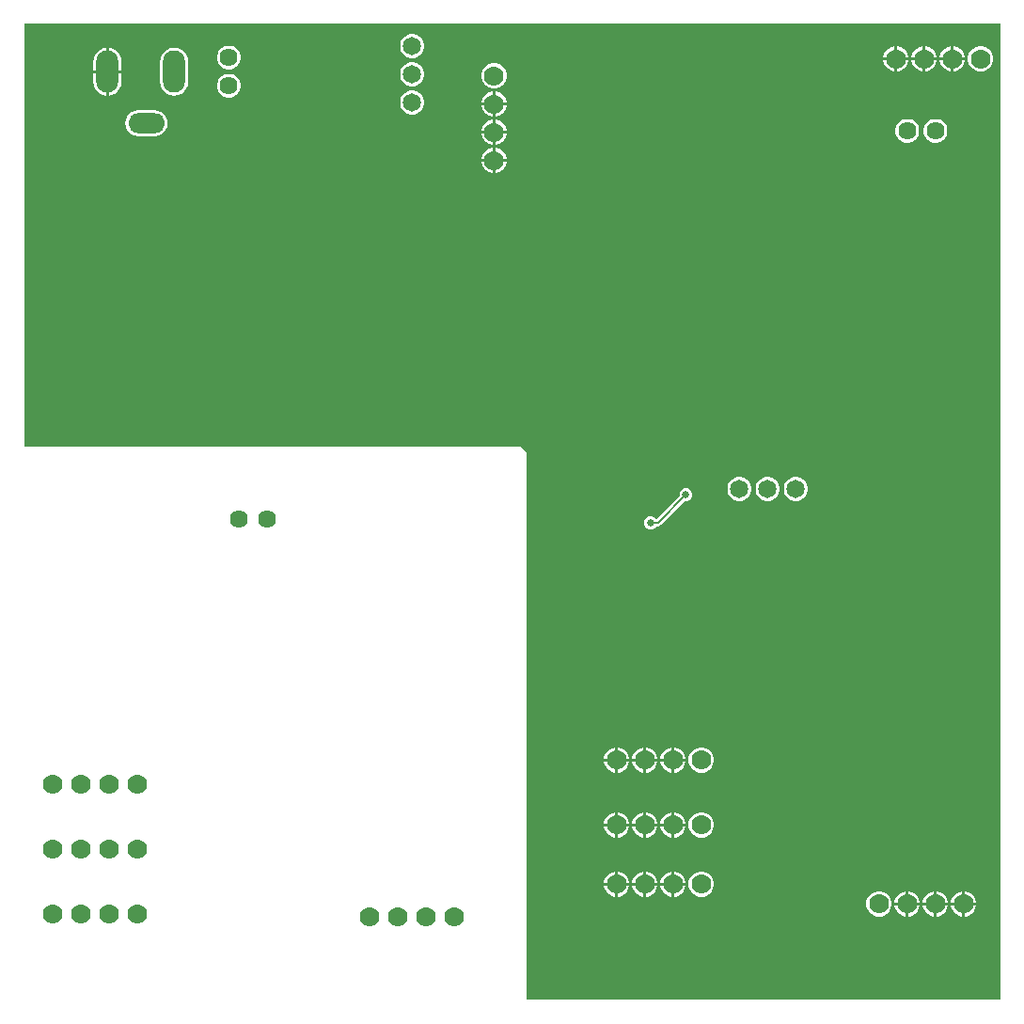
<source format=gbl>
G04*
G04 #@! TF.GenerationSoftware,Altium Limited,Altium Designer,24.1.2 (44)*
G04*
G04 Layer_Physical_Order=2*
G04 Layer_Color=16711680*
%FSLAX44Y44*%
%MOMM*%
G71*
G04*
G04 #@! TF.SameCoordinates,1CDE90F2-DCA2-4B6B-BF69-51DDCCDC9EC5*
G04*
G04*
G04 #@! TF.FilePolarity,Positive*
G04*
G01*
G75*
%ADD14C,0.1524*%
%ADD38C,1.7780*%
%ADD39C,1.6500*%
%ADD40C,1.6200*%
%ADD41O,2.0000X3.8000*%
%ADD42O,3.3000X1.8000*%
%ADD43C,0.6350*%
G36*
X883820Y5179D02*
X457200D01*
Y497840D01*
X452120Y502920D01*
X5179D01*
Y883820D01*
X883820D01*
X883820Y5179D01*
D02*
G37*
%LPC*%
G36*
X816845Y863600D02*
X816610D01*
Y853440D01*
X826770D01*
Y853675D01*
X825991Y856582D01*
X824486Y859188D01*
X822358Y861316D01*
X819752Y862821D01*
X816845Y863600D01*
D02*
G37*
G36*
X842245D02*
X842010D01*
Y853440D01*
X852170D01*
Y853675D01*
X851391Y856582D01*
X849886Y859188D01*
X847758Y861316D01*
X845152Y862821D01*
X842245Y863600D01*
D02*
G37*
G36*
X791445D02*
X791210D01*
Y853440D01*
X801370D01*
Y853675D01*
X800591Y856582D01*
X799086Y859188D01*
X796958Y861316D01*
X794352Y862821D01*
X791445Y863600D01*
D02*
G37*
G36*
X814070D02*
X813835D01*
X810928Y862821D01*
X808322Y861316D01*
X806194Y859188D01*
X804689Y856582D01*
X803910Y853675D01*
Y853440D01*
X814070D01*
Y863600D01*
D02*
G37*
G36*
X839470D02*
X839235D01*
X836328Y862821D01*
X833722Y861316D01*
X831594Y859188D01*
X830089Y856582D01*
X829310Y853675D01*
Y853440D01*
X839470D01*
Y863600D01*
D02*
G37*
G36*
X788670D02*
X788435D01*
X785528Y862821D01*
X782922Y861316D01*
X780794Y859188D01*
X779289Y856582D01*
X778510Y853675D01*
Y853440D01*
X788670D01*
Y863600D01*
D02*
G37*
G36*
X355751Y874390D02*
X352910D01*
X350165Y873655D01*
X347705Y872234D01*
X345696Y870225D01*
X344275Y867765D01*
X343540Y865021D01*
Y862179D01*
X344275Y859435D01*
X345696Y856975D01*
X347705Y854966D01*
X350165Y853545D01*
X352910Y852810D01*
X355751D01*
X358495Y853545D01*
X360955Y854966D01*
X362964Y856975D01*
X364385Y859435D01*
X365120Y862179D01*
Y865021D01*
X364385Y867765D01*
X362964Y870225D01*
X360955Y872234D01*
X358495Y873655D01*
X355751Y874390D01*
D02*
G37*
G36*
X190631Y864080D02*
X187829D01*
X185123Y863355D01*
X182697Y861954D01*
X180716Y859973D01*
X179315Y857547D01*
X178590Y854841D01*
Y852039D01*
X179315Y849333D01*
X180716Y846907D01*
X182697Y844926D01*
X185123Y843525D01*
X187829Y842800D01*
X190631D01*
X193337Y843525D01*
X195763Y844926D01*
X197744Y846907D01*
X199145Y849333D01*
X199870Y852039D01*
Y854841D01*
X199145Y857547D01*
X197744Y859973D01*
X195763Y861954D01*
X193337Y863355D01*
X190631Y864080D01*
D02*
G37*
G36*
X81280Y862221D02*
Y842010D01*
X92658D01*
Y849740D01*
X92227Y853014D01*
X90964Y856064D01*
X88954Y858684D01*
X86334Y860694D01*
X83284Y861957D01*
X81280Y862221D01*
D02*
G37*
G36*
X78740D02*
X76736Y861957D01*
X73686Y860694D01*
X71066Y858684D01*
X69056Y856064D01*
X67793Y853014D01*
X67362Y849740D01*
Y842010D01*
X78740D01*
Y862221D01*
D02*
G37*
G36*
X867645Y863600D02*
X864635D01*
X861728Y862821D01*
X859122Y861316D01*
X856994Y859188D01*
X855489Y856582D01*
X854710Y853675D01*
Y850665D01*
X855489Y847758D01*
X856994Y845152D01*
X859122Y843024D01*
X861728Y841519D01*
X864635Y840740D01*
X867645D01*
X870552Y841519D01*
X873158Y843024D01*
X875286Y845152D01*
X876791Y847758D01*
X877570Y850665D01*
Y853675D01*
X876791Y856582D01*
X875286Y859188D01*
X873158Y861316D01*
X870552Y862821D01*
X867645Y863600D01*
D02*
G37*
G36*
X852170Y850900D02*
X842010D01*
Y840740D01*
X842245D01*
X845152Y841519D01*
X847758Y843024D01*
X849886Y845152D01*
X851391Y847758D01*
X852170Y850665D01*
Y850900D01*
D02*
G37*
G36*
X839470D02*
X829310D01*
Y850665D01*
X830089Y847758D01*
X831594Y845152D01*
X833722Y843024D01*
X836328Y841519D01*
X839235Y840740D01*
X839470D01*
Y850900D01*
D02*
G37*
G36*
X826770D02*
X816610D01*
Y840740D01*
X816845D01*
X819752Y841519D01*
X822358Y843024D01*
X824486Y845152D01*
X825991Y847758D01*
X826770Y850665D01*
Y850900D01*
D02*
G37*
G36*
X814070D02*
X803910D01*
Y850665D01*
X804689Y847758D01*
X806194Y845152D01*
X808322Y843024D01*
X810928Y841519D01*
X813835Y840740D01*
X814070D01*
Y850900D01*
D02*
G37*
G36*
X801370D02*
X791210D01*
Y840740D01*
X791445D01*
X794352Y841519D01*
X796958Y843024D01*
X799086Y845152D01*
X800591Y847758D01*
X801370Y850665D01*
Y850900D01*
D02*
G37*
G36*
X788670D02*
X778510D01*
Y850665D01*
X779289Y847758D01*
X780794Y845152D01*
X782922Y843024D01*
X785528Y841519D01*
X788435Y840740D01*
X788670D01*
Y850900D01*
D02*
G37*
G36*
X355751Y848990D02*
X352910D01*
X350165Y848255D01*
X347705Y846834D01*
X345696Y844825D01*
X344275Y842365D01*
X343540Y839621D01*
Y836779D01*
X344275Y834035D01*
X345696Y831575D01*
X347705Y829566D01*
X350165Y828145D01*
X352910Y827410D01*
X355751D01*
X358495Y828145D01*
X360955Y829566D01*
X362964Y831575D01*
X364385Y834035D01*
X365120Y836779D01*
Y839621D01*
X364385Y842365D01*
X362964Y844825D01*
X360955Y846834D01*
X358495Y848255D01*
X355751Y848990D01*
D02*
G37*
G36*
X429495Y848360D02*
X426485D01*
X423578Y847581D01*
X420972Y846076D01*
X418844Y843948D01*
X417339Y841342D01*
X416560Y838435D01*
Y835425D01*
X417339Y832518D01*
X418844Y829912D01*
X420972Y827784D01*
X423578Y826279D01*
X426485Y825500D01*
X429495D01*
X432402Y826279D01*
X435008Y827784D01*
X437136Y829912D01*
X438641Y832518D01*
X439420Y835425D01*
Y838435D01*
X438641Y841342D01*
X437136Y843948D01*
X435008Y846076D01*
X432402Y847581D01*
X429495Y848360D01*
D02*
G37*
G36*
X92658Y839470D02*
X81280D01*
Y819259D01*
X83284Y819523D01*
X86334Y820786D01*
X88954Y822796D01*
X90964Y825416D01*
X92227Y828466D01*
X92658Y831740D01*
Y839470D01*
D02*
G37*
G36*
X78740D02*
X67362D01*
Y831740D01*
X67793Y828466D01*
X69056Y825416D01*
X71066Y822796D01*
X73686Y820786D01*
X76736Y819523D01*
X78740Y819259D01*
Y839470D01*
D02*
G37*
G36*
X140010Y862388D02*
X136736Y861957D01*
X133686Y860694D01*
X131066Y858684D01*
X129056Y856064D01*
X127793Y853014D01*
X127362Y849740D01*
Y831740D01*
X127793Y828466D01*
X129056Y825416D01*
X131066Y822796D01*
X133686Y820786D01*
X136736Y819523D01*
X140010Y819092D01*
X143284Y819523D01*
X146334Y820786D01*
X148954Y822796D01*
X150964Y825416D01*
X152227Y828466D01*
X152658Y831740D01*
Y849740D01*
X152227Y853014D01*
X150964Y856064D01*
X148954Y858684D01*
X146334Y860694D01*
X143284Y861957D01*
X140010Y862388D01*
D02*
G37*
G36*
X190631Y838680D02*
X187829D01*
X185123Y837955D01*
X182697Y836554D01*
X180716Y834573D01*
X179315Y832147D01*
X178590Y829441D01*
Y826639D01*
X179315Y823933D01*
X180716Y821507D01*
X182697Y819526D01*
X185123Y818125D01*
X187829Y817400D01*
X190631D01*
X193337Y818125D01*
X195763Y819526D01*
X197744Y821507D01*
X199145Y823933D01*
X199870Y826639D01*
Y829441D01*
X199145Y832147D01*
X197744Y834573D01*
X195763Y836554D01*
X193337Y837955D01*
X190631Y838680D01*
D02*
G37*
G36*
X429495Y822960D02*
X429260D01*
Y812800D01*
X439420D01*
Y813035D01*
X438641Y815942D01*
X437136Y818548D01*
X435008Y820676D01*
X432402Y822181D01*
X429495Y822960D01*
D02*
G37*
G36*
X426720D02*
X426485D01*
X423578Y822181D01*
X420972Y820676D01*
X418844Y818548D01*
X417339Y815942D01*
X416560Y813035D01*
Y812800D01*
X426720D01*
Y822960D01*
D02*
G37*
G36*
X355751Y823590D02*
X352910D01*
X350165Y822855D01*
X347705Y821434D01*
X345696Y819425D01*
X344275Y816965D01*
X343540Y814221D01*
Y811379D01*
X344275Y808635D01*
X345696Y806175D01*
X347705Y804166D01*
X350165Y802745D01*
X352910Y802010D01*
X355751D01*
X358495Y802745D01*
X360955Y804166D01*
X362964Y806175D01*
X364385Y808635D01*
X365120Y811379D01*
Y814221D01*
X364385Y816965D01*
X362964Y819425D01*
X360955Y821434D01*
X358495Y822855D01*
X355751Y823590D01*
D02*
G37*
G36*
X439420Y810260D02*
X429260D01*
Y800100D01*
X429495D01*
X432402Y800879D01*
X435008Y802384D01*
X437136Y804512D01*
X438641Y807118D01*
X439420Y810025D01*
Y810260D01*
D02*
G37*
G36*
X426720D02*
X416560D01*
Y810025D01*
X417339Y807118D01*
X418844Y804512D01*
X420972Y802384D01*
X423578Y800879D01*
X426485Y800100D01*
X426720D01*
Y810260D01*
D02*
G37*
G36*
X429495Y797560D02*
X429260D01*
Y787400D01*
X439420D01*
Y787635D01*
X438641Y790542D01*
X437136Y793148D01*
X435008Y795276D01*
X432402Y796781D01*
X429495Y797560D01*
D02*
G37*
G36*
X426720D02*
X426485D01*
X423578Y796781D01*
X420972Y795276D01*
X418844Y793148D01*
X417339Y790542D01*
X416560Y787635D01*
Y787400D01*
X426720D01*
Y797560D01*
D02*
G37*
G36*
X122510Y805880D02*
X107510D01*
X104497Y805483D01*
X101690Y804320D01*
X99280Y802470D01*
X97430Y800060D01*
X96267Y797253D01*
X95870Y794240D01*
X96267Y791227D01*
X97430Y788420D01*
X99280Y786010D01*
X101690Y784160D01*
X104497Y782997D01*
X107510Y782600D01*
X122510D01*
X125523Y782997D01*
X128330Y784160D01*
X130740Y786010D01*
X132590Y788420D01*
X133753Y791227D01*
X134150Y794240D01*
X133753Y797253D01*
X132590Y800060D01*
X130740Y802470D01*
X128330Y804320D01*
X125523Y805483D01*
X122510Y805880D01*
D02*
G37*
G36*
X826901Y798040D02*
X824099D01*
X821393Y797315D01*
X818967Y795914D01*
X816986Y793933D01*
X815585Y791507D01*
X814860Y788801D01*
Y785999D01*
X815585Y783293D01*
X816986Y780867D01*
X818967Y778886D01*
X821393Y777485D01*
X824099Y776760D01*
X826901D01*
X829607Y777485D01*
X832033Y778886D01*
X834014Y780867D01*
X835415Y783293D01*
X836140Y785999D01*
Y788801D01*
X835415Y791507D01*
X834014Y793933D01*
X832033Y795914D01*
X829607Y797315D01*
X826901Y798040D01*
D02*
G37*
G36*
X801501D02*
X798699D01*
X795993Y797315D01*
X793567Y795914D01*
X791586Y793933D01*
X790185Y791507D01*
X789460Y788801D01*
Y785999D01*
X790185Y783293D01*
X791586Y780867D01*
X793567Y778886D01*
X795993Y777485D01*
X798699Y776760D01*
X801501D01*
X804207Y777485D01*
X806633Y778886D01*
X808614Y780867D01*
X810015Y783293D01*
X810740Y785999D01*
Y788801D01*
X810015Y791507D01*
X808614Y793933D01*
X806633Y795914D01*
X804207Y797315D01*
X801501Y798040D01*
D02*
G37*
G36*
X439420Y784860D02*
X429260D01*
Y774700D01*
X429495D01*
X432402Y775479D01*
X435008Y776984D01*
X437136Y779112D01*
X438641Y781718D01*
X439420Y784625D01*
Y784860D01*
D02*
G37*
G36*
X426720D02*
X416560D01*
Y784625D01*
X417339Y781718D01*
X418844Y779112D01*
X420972Y776984D01*
X423578Y775479D01*
X426485Y774700D01*
X426720D01*
Y784860D01*
D02*
G37*
G36*
X429495Y772160D02*
X429260D01*
Y762000D01*
X439420D01*
Y762235D01*
X438641Y765142D01*
X437136Y767748D01*
X435008Y769876D01*
X432402Y771381D01*
X429495Y772160D01*
D02*
G37*
G36*
X426720D02*
X426485D01*
X423578Y771381D01*
X420972Y769876D01*
X418844Y767748D01*
X417339Y765142D01*
X416560Y762235D01*
Y762000D01*
X426720D01*
Y772160D01*
D02*
G37*
G36*
X439420Y759460D02*
X429260D01*
Y749300D01*
X429495D01*
X432402Y750079D01*
X435008Y751584D01*
X437136Y753712D01*
X438641Y756318D01*
X439420Y759225D01*
Y759460D01*
D02*
G37*
G36*
X426720D02*
X416560D01*
Y759225D01*
X417339Y756318D01*
X418844Y753712D01*
X420972Y751584D01*
X423578Y750079D01*
X426485Y749300D01*
X426720D01*
Y759460D01*
D02*
G37*
G36*
X701190Y475610D02*
X698350D01*
X695605Y474875D01*
X693145Y473454D01*
X691136Y471445D01*
X689715Y468985D01*
X688980Y466241D01*
Y463400D01*
X689715Y460655D01*
X691136Y458195D01*
X693145Y456186D01*
X695605Y454765D01*
X698350Y454030D01*
X701190D01*
X703935Y454765D01*
X706395Y456186D01*
X708404Y458195D01*
X709825Y460655D01*
X710560Y463400D01*
Y466241D01*
X709825Y468985D01*
X708404Y471445D01*
X706395Y473454D01*
X703935Y474875D01*
X701190Y475610D01*
D02*
G37*
G36*
X675790D02*
X672950D01*
X670205Y474875D01*
X667745Y473454D01*
X665736Y471445D01*
X664315Y468985D01*
X663580Y466241D01*
Y463400D01*
X664315Y460655D01*
X665736Y458195D01*
X667745Y456186D01*
X670205Y454765D01*
X672950Y454030D01*
X675790D01*
X678535Y454765D01*
X680995Y456186D01*
X683004Y458195D01*
X684425Y460655D01*
X685160Y463400D01*
Y466241D01*
X684425Y468985D01*
X683004Y471445D01*
X680995Y473454D01*
X678535Y474875D01*
X675790Y475610D01*
D02*
G37*
G36*
X650390D02*
X647550D01*
X644805Y474875D01*
X642345Y473454D01*
X640336Y471445D01*
X638915Y468985D01*
X638180Y466241D01*
Y463400D01*
X638915Y460655D01*
X640336Y458195D01*
X642345Y456186D01*
X644805Y454765D01*
X647550Y454030D01*
X650390D01*
X653135Y454765D01*
X655595Y456186D01*
X657604Y458195D01*
X659025Y460655D01*
X659760Y463400D01*
Y466241D01*
X659025Y468985D01*
X657604Y471445D01*
X655595Y473454D01*
X653135Y474875D01*
X650390Y475610D01*
D02*
G37*
G36*
X601847Y465455D02*
X599573D01*
X597473Y464585D01*
X595865Y462977D01*
X594995Y460877D01*
Y458786D01*
X574332Y438124D01*
X573259D01*
X572197Y439185D01*
X570097Y440055D01*
X567823D01*
X565723Y439185D01*
X564115Y437577D01*
X563245Y435477D01*
Y433203D01*
X564115Y431103D01*
X565723Y429495D01*
X567823Y428625D01*
X570097D01*
X572197Y429495D01*
X573805Y431103D01*
X573924Y431390D01*
X575727D01*
X577015Y431646D01*
X578107Y432376D01*
X599756Y454025D01*
X601847D01*
X603947Y454895D01*
X605555Y456503D01*
X606425Y458603D01*
Y460877D01*
X605555Y462977D01*
X603947Y464585D01*
X601847Y465455D01*
D02*
G37*
G36*
X565385Y232410D02*
X565150D01*
Y222250D01*
X575310D01*
Y222485D01*
X574531Y225392D01*
X573026Y227998D01*
X570898Y230126D01*
X568292Y231631D01*
X565385Y232410D01*
D02*
G37*
G36*
X590785D02*
X590550D01*
Y222250D01*
X600710D01*
Y222485D01*
X599931Y225392D01*
X598426Y227998D01*
X596298Y230126D01*
X593692Y231631D01*
X590785Y232410D01*
D02*
G37*
G36*
X539985D02*
X539750D01*
Y222250D01*
X549910D01*
Y222485D01*
X549131Y225392D01*
X547626Y227998D01*
X545498Y230126D01*
X542892Y231631D01*
X539985Y232410D01*
D02*
G37*
G36*
X562610D02*
X562375D01*
X559468Y231631D01*
X556862Y230126D01*
X554734Y227998D01*
X553229Y225392D01*
X552450Y222485D01*
Y222250D01*
X562610D01*
Y232410D01*
D02*
G37*
G36*
X588010D02*
X587775D01*
X584868Y231631D01*
X582262Y230126D01*
X580134Y227998D01*
X578629Y225392D01*
X577850Y222485D01*
Y222250D01*
X588010D01*
Y232410D01*
D02*
G37*
G36*
X537210D02*
X536975D01*
X534068Y231631D01*
X531462Y230126D01*
X529334Y227998D01*
X527829Y225392D01*
X527050Y222485D01*
Y222250D01*
X537210D01*
Y232410D01*
D02*
G37*
G36*
X616185D02*
X613175D01*
X610268Y231631D01*
X607662Y230126D01*
X605534Y227998D01*
X604029Y225392D01*
X603250Y222485D01*
Y219475D01*
X604029Y216568D01*
X605534Y213962D01*
X607662Y211834D01*
X610268Y210329D01*
X613175Y209550D01*
X616185D01*
X619092Y210329D01*
X621698Y211834D01*
X623826Y213962D01*
X625331Y216568D01*
X626110Y219475D01*
Y222485D01*
X625331Y225392D01*
X623826Y227998D01*
X621698Y230126D01*
X619092Y231631D01*
X616185Y232410D01*
D02*
G37*
G36*
X600710Y219710D02*
X590550D01*
Y209550D01*
X590785D01*
X593692Y210329D01*
X596298Y211834D01*
X598426Y213962D01*
X599931Y216568D01*
X600710Y219475D01*
Y219710D01*
D02*
G37*
G36*
X588010D02*
X577850D01*
Y219475D01*
X578629Y216568D01*
X580134Y213962D01*
X582262Y211834D01*
X584868Y210329D01*
X587775Y209550D01*
X588010D01*
Y219710D01*
D02*
G37*
G36*
X575310D02*
X565150D01*
Y209550D01*
X565385D01*
X568292Y210329D01*
X570898Y211834D01*
X573026Y213962D01*
X574531Y216568D01*
X575310Y219475D01*
Y219710D01*
D02*
G37*
G36*
X562610D02*
X552450D01*
Y219475D01*
X553229Y216568D01*
X554734Y213962D01*
X556862Y211834D01*
X559468Y210329D01*
X562375Y209550D01*
X562610D01*
Y219710D01*
D02*
G37*
G36*
X549910D02*
X539750D01*
Y209550D01*
X539985D01*
X542892Y210329D01*
X545498Y211834D01*
X547626Y213962D01*
X549131Y216568D01*
X549910Y219475D01*
Y219710D01*
D02*
G37*
G36*
X537210D02*
X527050D01*
Y219475D01*
X527829Y216568D01*
X529334Y213962D01*
X531462Y211834D01*
X534068Y210329D01*
X536975Y209550D01*
X537210D01*
Y219710D01*
D02*
G37*
G36*
X590785Y173990D02*
X590550D01*
Y163830D01*
X600710D01*
Y164065D01*
X599931Y166972D01*
X598426Y169578D01*
X596298Y171706D01*
X593692Y173211D01*
X590785Y173990D01*
D02*
G37*
G36*
X565385D02*
X565150D01*
Y163830D01*
X575310D01*
Y164065D01*
X574531Y166972D01*
X573026Y169578D01*
X570898Y171706D01*
X568292Y173211D01*
X565385Y173990D01*
D02*
G37*
G36*
X539985D02*
X539750D01*
Y163830D01*
X549910D01*
Y164065D01*
X549131Y166972D01*
X547626Y169578D01*
X545498Y171706D01*
X542892Y173211D01*
X539985Y173990D01*
D02*
G37*
G36*
X588010D02*
X587775D01*
X584868Y173211D01*
X582262Y171706D01*
X580134Y169578D01*
X578629Y166972D01*
X577850Y164065D01*
Y163830D01*
X588010D01*
Y173990D01*
D02*
G37*
G36*
X562610D02*
X562375D01*
X559468Y173211D01*
X556862Y171706D01*
X554734Y169578D01*
X553229Y166972D01*
X552450Y164065D01*
Y163830D01*
X562610D01*
Y173990D01*
D02*
G37*
G36*
X537210D02*
X536975D01*
X534068Y173211D01*
X531462Y171706D01*
X529334Y169578D01*
X527829Y166972D01*
X527050Y164065D01*
Y163830D01*
X537210D01*
Y173990D01*
D02*
G37*
G36*
X616185D02*
X613175D01*
X610268Y173211D01*
X607662Y171706D01*
X605534Y169578D01*
X604029Y166972D01*
X603250Y164065D01*
Y161055D01*
X604029Y158148D01*
X605534Y155542D01*
X607662Y153414D01*
X610268Y151909D01*
X613175Y151130D01*
X616185D01*
X619092Y151909D01*
X621698Y153414D01*
X623826Y155542D01*
X625331Y158148D01*
X626110Y161055D01*
Y164065D01*
X625331Y166972D01*
X623826Y169578D01*
X621698Y171706D01*
X619092Y173211D01*
X616185Y173990D01*
D02*
G37*
G36*
X600710Y161290D02*
X590550D01*
Y151130D01*
X590785D01*
X593692Y151909D01*
X596298Y153414D01*
X598426Y155542D01*
X599931Y158148D01*
X600710Y161055D01*
Y161290D01*
D02*
G37*
G36*
X588010D02*
X577850D01*
Y161055D01*
X578629Y158148D01*
X580134Y155542D01*
X582262Y153414D01*
X584868Y151909D01*
X587775Y151130D01*
X588010D01*
Y161290D01*
D02*
G37*
G36*
X575310D02*
X565150D01*
Y151130D01*
X565385D01*
X568292Y151909D01*
X570898Y153414D01*
X573026Y155542D01*
X574531Y158148D01*
X575310Y161055D01*
Y161290D01*
D02*
G37*
G36*
X562610D02*
X552450D01*
Y161055D01*
X553229Y158148D01*
X554734Y155542D01*
X556862Y153414D01*
X559468Y151909D01*
X562375Y151130D01*
X562610D01*
Y161290D01*
D02*
G37*
G36*
X549910D02*
X539750D01*
Y151130D01*
X539985D01*
X542892Y151909D01*
X545498Y153414D01*
X547626Y155542D01*
X549131Y158148D01*
X549910Y161055D01*
Y161290D01*
D02*
G37*
G36*
X537210D02*
X527050D01*
Y161055D01*
X527829Y158148D01*
X529334Y155542D01*
X531462Y153414D01*
X534068Y151909D01*
X536975Y151130D01*
X537210D01*
Y161290D01*
D02*
G37*
G36*
X590785Y120650D02*
X590550D01*
Y110490D01*
X600710D01*
Y110725D01*
X599931Y113632D01*
X598426Y116238D01*
X596298Y118366D01*
X593692Y119871D01*
X590785Y120650D01*
D02*
G37*
G36*
X565385D02*
X565150D01*
Y110490D01*
X575310D01*
Y110725D01*
X574531Y113632D01*
X573026Y116238D01*
X570898Y118366D01*
X568292Y119871D01*
X565385Y120650D01*
D02*
G37*
G36*
X539985D02*
X539750D01*
Y110490D01*
X549910D01*
Y110725D01*
X549131Y113632D01*
X547626Y116238D01*
X545498Y118366D01*
X542892Y119871D01*
X539985Y120650D01*
D02*
G37*
G36*
X588010D02*
X587775D01*
X584868Y119871D01*
X582262Y118366D01*
X580134Y116238D01*
X578629Y113632D01*
X577850Y110725D01*
Y110490D01*
X588010D01*
Y120650D01*
D02*
G37*
G36*
X562610D02*
X562375D01*
X559468Y119871D01*
X556862Y118366D01*
X554734Y116238D01*
X553229Y113632D01*
X552450Y110725D01*
Y110490D01*
X562610D01*
Y120650D01*
D02*
G37*
G36*
X537210D02*
X536975D01*
X534068Y119871D01*
X531462Y118366D01*
X529334Y116238D01*
X527829Y113632D01*
X527050Y110725D01*
Y110490D01*
X537210D01*
Y120650D01*
D02*
G37*
G36*
X616185D02*
X613175D01*
X610268Y119871D01*
X607662Y118366D01*
X605534Y116238D01*
X604029Y113632D01*
X603250Y110725D01*
Y107715D01*
X604029Y104808D01*
X605534Y102202D01*
X607662Y100074D01*
X610268Y98569D01*
X613175Y97790D01*
X616185D01*
X619092Y98569D01*
X621698Y100074D01*
X623826Y102202D01*
X625331Y104808D01*
X626110Y107715D01*
Y110725D01*
X625331Y113632D01*
X623826Y116238D01*
X621698Y118366D01*
X619092Y119871D01*
X616185Y120650D01*
D02*
G37*
G36*
X600710Y107950D02*
X590550D01*
Y97790D01*
X590785D01*
X593692Y98569D01*
X596298Y100074D01*
X598426Y102202D01*
X599931Y104808D01*
X600710Y107715D01*
Y107950D01*
D02*
G37*
G36*
X588010D02*
X577850D01*
Y107715D01*
X578629Y104808D01*
X580134Y102202D01*
X582262Y100074D01*
X584868Y98569D01*
X587775Y97790D01*
X588010D01*
Y107950D01*
D02*
G37*
G36*
X575310D02*
X565150D01*
Y97790D01*
X565385D01*
X568292Y98569D01*
X570898Y100074D01*
X573026Y102202D01*
X574531Y104808D01*
X575310Y107715D01*
Y107950D01*
D02*
G37*
G36*
X562610D02*
X552450D01*
Y107715D01*
X553229Y104808D01*
X554734Y102202D01*
X556862Y100074D01*
X559468Y98569D01*
X562375Y97790D01*
X562610D01*
Y107950D01*
D02*
G37*
G36*
X549910D02*
X539750D01*
Y97790D01*
X539985D01*
X542892Y98569D01*
X545498Y100074D01*
X547626Y102202D01*
X549131Y104808D01*
X549910Y107715D01*
Y107950D01*
D02*
G37*
G36*
X537210D02*
X527050D01*
Y107715D01*
X527829Y104808D01*
X529334Y102202D01*
X531462Y100074D01*
X534068Y98569D01*
X536975Y97790D01*
X537210D01*
Y107950D01*
D02*
G37*
G36*
X852405Y102870D02*
X852170D01*
Y92710D01*
X862330D01*
Y92945D01*
X861551Y95852D01*
X860046Y98458D01*
X857918Y100586D01*
X855312Y102091D01*
X852405Y102870D01*
D02*
G37*
G36*
X849630D02*
X849395D01*
X846488Y102091D01*
X843882Y100586D01*
X841754Y98458D01*
X840249Y95852D01*
X839470Y92945D01*
Y92710D01*
X849630D01*
Y102870D01*
D02*
G37*
G36*
X827005D02*
X826770D01*
Y92710D01*
X836930D01*
Y92945D01*
X836151Y95852D01*
X834646Y98458D01*
X832518Y100586D01*
X829912Y102091D01*
X827005Y102870D01*
D02*
G37*
G36*
X824230D02*
X823995D01*
X821088Y102091D01*
X818482Y100586D01*
X816354Y98458D01*
X814849Y95852D01*
X814070Y92945D01*
Y92710D01*
X824230D01*
Y102870D01*
D02*
G37*
G36*
X801605D02*
X801370D01*
Y92710D01*
X811530D01*
Y92945D01*
X810751Y95852D01*
X809246Y98458D01*
X807118Y100586D01*
X804512Y102091D01*
X801605Y102870D01*
D02*
G37*
G36*
X798830D02*
X798595D01*
X795688Y102091D01*
X793082Y100586D01*
X790954Y98458D01*
X789449Y95852D01*
X788670Y92945D01*
Y92710D01*
X798830D01*
Y102870D01*
D02*
G37*
G36*
X862330Y90170D02*
X852170D01*
Y80010D01*
X852405D01*
X855312Y80789D01*
X857918Y82294D01*
X860046Y84422D01*
X861551Y87028D01*
X862330Y89935D01*
Y90170D01*
D02*
G37*
G36*
X849630D02*
X839470D01*
Y89935D01*
X840249Y87028D01*
X841754Y84422D01*
X843882Y82294D01*
X846488Y80789D01*
X849395Y80010D01*
X849630D01*
Y90170D01*
D02*
G37*
G36*
X836930D02*
X826770D01*
Y80010D01*
X827005D01*
X829912Y80789D01*
X832518Y82294D01*
X834646Y84422D01*
X836151Y87028D01*
X836930Y89935D01*
Y90170D01*
D02*
G37*
G36*
X824230D02*
X814070D01*
Y89935D01*
X814849Y87028D01*
X816354Y84422D01*
X818482Y82294D01*
X821088Y80789D01*
X823995Y80010D01*
X824230D01*
Y90170D01*
D02*
G37*
G36*
X811530D02*
X801370D01*
Y80010D01*
X801605D01*
X804512Y80789D01*
X807118Y82294D01*
X809246Y84422D01*
X810751Y87028D01*
X811530Y89935D01*
Y90170D01*
D02*
G37*
G36*
X798830D02*
X788670D01*
Y89935D01*
X789449Y87028D01*
X790954Y84422D01*
X793082Y82294D01*
X795688Y80789D01*
X798595Y80010D01*
X798830D01*
Y90170D01*
D02*
G37*
G36*
X776205Y102870D02*
X773195D01*
X770288Y102091D01*
X767682Y100586D01*
X765554Y98458D01*
X764049Y95852D01*
X763270Y92945D01*
Y89935D01*
X764049Y87028D01*
X765554Y84422D01*
X767682Y82294D01*
X770288Y80789D01*
X773195Y80010D01*
X776205D01*
X779112Y80789D01*
X781718Y82294D01*
X783846Y84422D01*
X785351Y87028D01*
X786130Y89935D01*
Y92945D01*
X785351Y95852D01*
X783846Y98458D01*
X781718Y100586D01*
X779112Y102091D01*
X776205Y102870D01*
D02*
G37*
%LPD*%
D14*
X575727Y434757D02*
X600710Y459740D01*
X568960Y434340D02*
X569377Y434757D01*
X575727D01*
D38*
X341630Y80010D02*
D03*
X316230D02*
D03*
X392430D02*
D03*
X367030D02*
D03*
X800100Y91440D02*
D03*
X774700D02*
D03*
X850900D02*
D03*
X825500D02*
D03*
X55880Y199390D02*
D03*
X30480D02*
D03*
X106680D02*
D03*
X81280D02*
D03*
X55880Y140970D02*
D03*
X30480D02*
D03*
X106680D02*
D03*
X81280D02*
D03*
X55880Y82550D02*
D03*
X30480D02*
D03*
X106680D02*
D03*
X81280D02*
D03*
X563880Y220980D02*
D03*
X538480D02*
D03*
X614680D02*
D03*
X589280D02*
D03*
X563880Y109220D02*
D03*
X538480D02*
D03*
X614680D02*
D03*
X589280D02*
D03*
X563880Y162560D02*
D03*
X538480D02*
D03*
X614680D02*
D03*
X589280D02*
D03*
X815340Y852170D02*
D03*
X789940D02*
D03*
X866140D02*
D03*
X840740D02*
D03*
X427990Y786130D02*
D03*
Y760730D02*
D03*
Y836930D02*
D03*
Y811530D02*
D03*
D39*
X648970Y464820D02*
D03*
X674370D02*
D03*
X699770D02*
D03*
X354330Y812800D02*
D03*
Y838200D02*
D03*
Y863600D02*
D03*
D40*
X198120Y438150D02*
D03*
X223520D02*
D03*
X189230Y853440D02*
D03*
Y828040D02*
D03*
X800100Y787400D02*
D03*
X825500D02*
D03*
D41*
X140010Y840740D02*
D03*
X80010D02*
D03*
D42*
X115010Y794240D02*
D03*
D43*
X320040Y774700D02*
D03*
X655320Y736600D02*
D03*
X731520Y762000D02*
D03*
X875030Y172720D02*
D03*
Y194310D02*
D03*
X876300Y243840D02*
D03*
X568960Y434340D02*
D03*
X600710Y459740D02*
D03*
X633730Y763270D02*
D03*
X534670Y869950D02*
D03*
X165100Y744220D02*
D03*
X655320Y219710D02*
D03*
X671830Y167640D02*
D03*
X704850Y279400D02*
D03*
M02*

</source>
